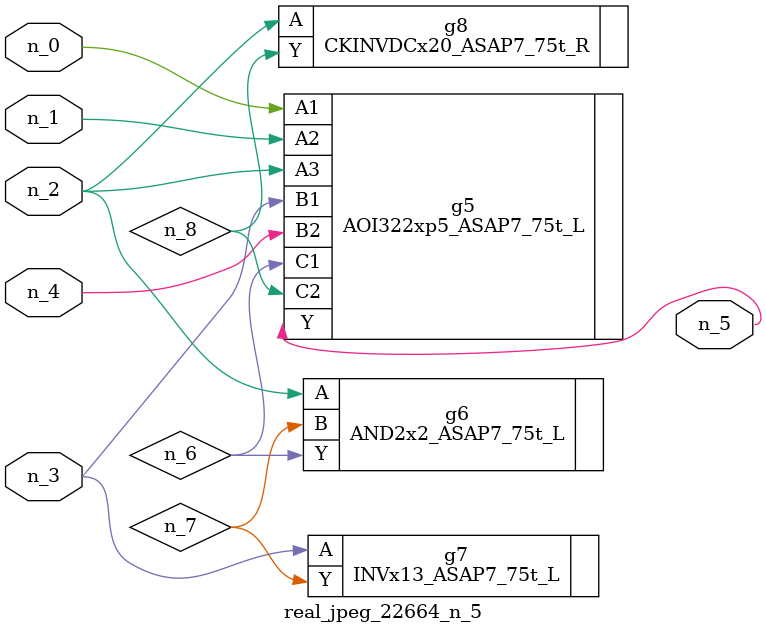
<source format=v>
module real_jpeg_22664_n_5 (n_4, n_0, n_1, n_2, n_3, n_5);

input n_4;
input n_0;
input n_1;
input n_2;
input n_3;

output n_5;

wire n_8;
wire n_6;
wire n_7;

AOI322xp5_ASAP7_75t_L g5 ( 
.A1(n_0),
.A2(n_1),
.A3(n_2),
.B1(n_3),
.B2(n_4),
.C1(n_6),
.C2(n_8),
.Y(n_5)
);

AND2x2_ASAP7_75t_L g6 ( 
.A(n_2),
.B(n_7),
.Y(n_6)
);

CKINVDCx20_ASAP7_75t_R g8 ( 
.A(n_2),
.Y(n_8)
);

INVx13_ASAP7_75t_L g7 ( 
.A(n_3),
.Y(n_7)
);


endmodule
</source>
